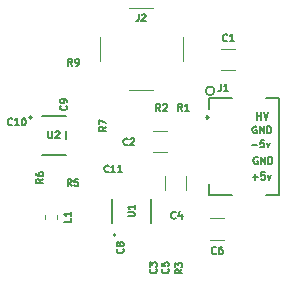
<source format=gbr>
G04 #@! TF.GenerationSoftware,KiCad,Pcbnew,(5.99.0-2215-gb084305b1)*
G04 #@! TF.CreationDate,2020-09-12T17:30:21-04:00*
G04 #@! TF.ProjectId,kicad-sipm,6b696361-642d-4736-9970-6d2e6b696361,rev?*
G04 #@! TF.SameCoordinates,Original*
G04 #@! TF.FileFunction,Legend,Top*
G04 #@! TF.FilePolarity,Positive*
%FSLAX46Y46*%
G04 Gerber Fmt 4.6, Leading zero omitted, Abs format (unit mm)*
G04 Created by KiCad (PCBNEW (5.99.0-2215-gb084305b1)) date 2020-09-12 17:30:21*
%MOMM*%
%LPD*%
G01*
G04 APERTURE LIST*
%ADD10C,0.150000*%
%ADD11C,0.152400*%
%ADD12C,0.120000*%
G04 APERTURE END LIST*
D10*
X109332142Y-102742857D02*
X109789285Y-102742857D01*
X109560714Y-102971428D02*
X109560714Y-102514285D01*
X110360714Y-102371428D02*
X110075000Y-102371428D01*
X110046428Y-102657142D01*
X110075000Y-102628571D01*
X110132142Y-102600000D01*
X110275000Y-102600000D01*
X110332142Y-102628571D01*
X110360714Y-102657142D01*
X110389285Y-102714285D01*
X110389285Y-102857142D01*
X110360714Y-102914285D01*
X110332142Y-102942857D01*
X110275000Y-102971428D01*
X110132142Y-102971428D01*
X110075000Y-102942857D01*
X110046428Y-102914285D01*
X110589285Y-102571428D02*
X110732142Y-102971428D01*
X110875000Y-102571428D01*
X109742857Y-101100000D02*
X109685714Y-101071428D01*
X109600000Y-101071428D01*
X109514285Y-101100000D01*
X109457142Y-101157142D01*
X109428571Y-101214285D01*
X109400000Y-101328571D01*
X109400000Y-101414285D01*
X109428571Y-101528571D01*
X109457142Y-101585714D01*
X109514285Y-101642857D01*
X109600000Y-101671428D01*
X109657142Y-101671428D01*
X109742857Y-101642857D01*
X109771428Y-101614285D01*
X109771428Y-101414285D01*
X109657142Y-101414285D01*
X110028571Y-101671428D02*
X110028571Y-101071428D01*
X110371428Y-101671428D01*
X110371428Y-101071428D01*
X110657142Y-101671428D02*
X110657142Y-101071428D01*
X110800000Y-101071428D01*
X110885714Y-101100000D01*
X110942857Y-101157142D01*
X110971428Y-101214285D01*
X111000000Y-101328571D01*
X111000000Y-101414285D01*
X110971428Y-101528571D01*
X110942857Y-101585714D01*
X110885714Y-101642857D01*
X110800000Y-101671428D01*
X110657142Y-101671428D01*
X109257142Y-100017857D02*
X109714285Y-100017857D01*
X110285714Y-99646428D02*
X110000000Y-99646428D01*
X109971428Y-99932142D01*
X110000000Y-99903571D01*
X110057142Y-99875000D01*
X110200000Y-99875000D01*
X110257142Y-99903571D01*
X110285714Y-99932142D01*
X110314285Y-99989285D01*
X110314285Y-100132142D01*
X110285714Y-100189285D01*
X110257142Y-100217857D01*
X110200000Y-100246428D01*
X110057142Y-100246428D01*
X110000000Y-100217857D01*
X109971428Y-100189285D01*
X110514285Y-99846428D02*
X110657142Y-100246428D01*
X110800000Y-99846428D01*
X109642857Y-98500000D02*
X109585714Y-98471428D01*
X109500000Y-98471428D01*
X109414285Y-98500000D01*
X109357142Y-98557142D01*
X109328571Y-98614285D01*
X109300000Y-98728571D01*
X109300000Y-98814285D01*
X109328571Y-98928571D01*
X109357142Y-98985714D01*
X109414285Y-99042857D01*
X109500000Y-99071428D01*
X109557142Y-99071428D01*
X109642857Y-99042857D01*
X109671428Y-99014285D01*
X109671428Y-98814285D01*
X109557142Y-98814285D01*
X109928571Y-99071428D02*
X109928571Y-98471428D01*
X110271428Y-99071428D01*
X110271428Y-98471428D01*
X110557142Y-99071428D02*
X110557142Y-98471428D01*
X110700000Y-98471428D01*
X110785714Y-98500000D01*
X110842857Y-98557142D01*
X110871428Y-98614285D01*
X110900000Y-98728571D01*
X110900000Y-98814285D01*
X110871428Y-98928571D01*
X110842857Y-98985714D01*
X110785714Y-99042857D01*
X110700000Y-99071428D01*
X110557142Y-99071428D01*
X109721428Y-97896428D02*
X109721428Y-97296428D01*
X109721428Y-97582142D02*
X110064285Y-97582142D01*
X110064285Y-97896428D02*
X110064285Y-97296428D01*
X110264285Y-97296428D02*
X110464285Y-97896428D01*
X110664285Y-97296428D01*
X97728078Y-107675000D02*
G75*
G03*
X97728078Y-107675000I-103078J0D01*
G01*
X90670774Y-97725000D02*
G75*
G03*
X90670774Y-97725000I-145774J0D01*
G01*
X92035457Y-98896428D02*
X92035457Y-99382142D01*
X92064028Y-99439285D01*
X92092600Y-99467857D01*
X92149742Y-99496428D01*
X92264028Y-99496428D01*
X92321171Y-99467857D01*
X92349742Y-99439285D01*
X92378314Y-99382142D01*
X92378314Y-98896428D01*
X92635457Y-98953571D02*
X92664028Y-98925000D01*
X92721171Y-98896428D01*
X92864028Y-98896428D01*
X92921171Y-98925000D01*
X92949742Y-98953571D01*
X92978314Y-99010714D01*
X92978314Y-99067857D01*
X92949742Y-99153571D01*
X92606885Y-99496428D01*
X92978314Y-99496428D01*
X98746428Y-106082142D02*
X99232142Y-106082142D01*
X99289285Y-106053571D01*
X99317857Y-106025000D01*
X99346428Y-105967857D01*
X99346428Y-105853571D01*
X99317857Y-105796428D01*
X99289285Y-105767857D01*
X99232142Y-105739285D01*
X98746428Y-105739285D01*
X99346428Y-105139285D02*
X99346428Y-105482142D01*
X99346428Y-105310714D02*
X98746428Y-105310714D01*
X98832142Y-105367857D01*
X98889285Y-105425000D01*
X98917857Y-105482142D01*
X94075000Y-93341428D02*
X93875000Y-93055714D01*
X93732142Y-93341428D02*
X93732142Y-92741428D01*
X93960714Y-92741428D01*
X94017857Y-92770000D01*
X94046428Y-92798571D01*
X94075000Y-92855714D01*
X94075000Y-92941428D01*
X94046428Y-92998571D01*
X94017857Y-93027142D01*
X93960714Y-93055714D01*
X93732142Y-93055714D01*
X94360714Y-93341428D02*
X94475000Y-93341428D01*
X94532142Y-93312857D01*
X94560714Y-93284285D01*
X94617857Y-93198571D01*
X94646428Y-93084285D01*
X94646428Y-92855714D01*
X94617857Y-92798571D01*
X94589285Y-92770000D01*
X94532142Y-92741428D01*
X94417857Y-92741428D01*
X94360714Y-92770000D01*
X94332142Y-92798571D01*
X94303571Y-92855714D01*
X94303571Y-92998571D01*
X94332142Y-93055714D01*
X94360714Y-93084285D01*
X94417857Y-93112857D01*
X94532142Y-93112857D01*
X94589285Y-93084285D01*
X94617857Y-93055714D01*
X94646428Y-92998571D01*
X96921428Y-98500000D02*
X96635714Y-98700000D01*
X96921428Y-98842857D02*
X96321428Y-98842857D01*
X96321428Y-98614285D01*
X96350000Y-98557142D01*
X96378571Y-98528571D01*
X96435714Y-98500000D01*
X96521428Y-98500000D01*
X96578571Y-98528571D01*
X96607142Y-98557142D01*
X96635714Y-98614285D01*
X96635714Y-98842857D01*
X96321428Y-98300000D02*
X96321428Y-97900000D01*
X96921428Y-98157142D01*
X91596428Y-102925000D02*
X91310714Y-103125000D01*
X91596428Y-103267857D02*
X90996428Y-103267857D01*
X90996428Y-103039285D01*
X91025000Y-102982142D01*
X91053571Y-102953571D01*
X91110714Y-102925000D01*
X91196428Y-102925000D01*
X91253571Y-102953571D01*
X91282142Y-102982142D01*
X91310714Y-103039285D01*
X91310714Y-103267857D01*
X90996428Y-102410714D02*
X90996428Y-102525000D01*
X91025000Y-102582142D01*
X91053571Y-102610714D01*
X91139285Y-102667857D01*
X91253571Y-102696428D01*
X91482142Y-102696428D01*
X91539285Y-102667857D01*
X91567857Y-102639285D01*
X91596428Y-102582142D01*
X91596428Y-102467857D01*
X91567857Y-102410714D01*
X91539285Y-102382142D01*
X91482142Y-102353571D01*
X91339285Y-102353571D01*
X91282142Y-102382142D01*
X91253571Y-102410714D01*
X91225000Y-102467857D01*
X91225000Y-102582142D01*
X91253571Y-102639285D01*
X91282142Y-102667857D01*
X91339285Y-102696428D01*
X94000000Y-103521428D02*
X93800000Y-103235714D01*
X93657142Y-103521428D02*
X93657142Y-102921428D01*
X93885714Y-102921428D01*
X93942857Y-102950000D01*
X93971428Y-102978571D01*
X94000000Y-103035714D01*
X94000000Y-103121428D01*
X93971428Y-103178571D01*
X93942857Y-103207142D01*
X93885714Y-103235714D01*
X93657142Y-103235714D01*
X94542857Y-102921428D02*
X94257142Y-102921428D01*
X94228571Y-103207142D01*
X94257142Y-103178571D01*
X94314285Y-103150000D01*
X94457142Y-103150000D01*
X94514285Y-103178571D01*
X94542857Y-103207142D01*
X94571428Y-103264285D01*
X94571428Y-103407142D01*
X94542857Y-103464285D01*
X94514285Y-103492857D01*
X94457142Y-103521428D01*
X94314285Y-103521428D01*
X94257142Y-103492857D01*
X94228571Y-103464285D01*
X103346428Y-110575000D02*
X103060714Y-110775000D01*
X103346428Y-110917857D02*
X102746428Y-110917857D01*
X102746428Y-110689285D01*
X102775000Y-110632142D01*
X102803571Y-110603571D01*
X102860714Y-110575000D01*
X102946428Y-110575000D01*
X103003571Y-110603571D01*
X103032142Y-110632142D01*
X103060714Y-110689285D01*
X103060714Y-110917857D01*
X102746428Y-110375000D02*
X102746428Y-110003571D01*
X102975000Y-110203571D01*
X102975000Y-110117857D01*
X103003571Y-110060714D01*
X103032142Y-110032142D01*
X103089285Y-110003571D01*
X103232142Y-110003571D01*
X103289285Y-110032142D01*
X103317857Y-110060714D01*
X103346428Y-110117857D01*
X103346428Y-110289285D01*
X103317857Y-110346428D01*
X103289285Y-110375000D01*
X101500000Y-97171428D02*
X101300000Y-96885714D01*
X101157142Y-97171428D02*
X101157142Y-96571428D01*
X101385714Y-96571428D01*
X101442857Y-96600000D01*
X101471428Y-96628571D01*
X101500000Y-96685714D01*
X101500000Y-96771428D01*
X101471428Y-96828571D01*
X101442857Y-96857142D01*
X101385714Y-96885714D01*
X101157142Y-96885714D01*
X101728571Y-96628571D02*
X101757142Y-96600000D01*
X101814285Y-96571428D01*
X101957142Y-96571428D01*
X102014285Y-96600000D01*
X102042857Y-96628571D01*
X102071428Y-96685714D01*
X102071428Y-96742857D01*
X102042857Y-96828571D01*
X101700000Y-97171428D01*
X102071428Y-97171428D01*
X103375000Y-97146428D02*
X103175000Y-96860714D01*
X103032142Y-97146428D02*
X103032142Y-96546428D01*
X103260714Y-96546428D01*
X103317857Y-96575000D01*
X103346428Y-96603571D01*
X103375000Y-96660714D01*
X103375000Y-96746428D01*
X103346428Y-96803571D01*
X103317857Y-96832142D01*
X103260714Y-96860714D01*
X103032142Y-96860714D01*
X103946428Y-97146428D02*
X103603571Y-97146428D01*
X103775000Y-97146428D02*
X103775000Y-96546428D01*
X103717857Y-96632142D01*
X103660714Y-96689285D01*
X103603571Y-96717857D01*
X93976428Y-106250000D02*
X93976428Y-106535714D01*
X93376428Y-106535714D01*
X93976428Y-105735714D02*
X93976428Y-106078571D01*
X93976428Y-105907142D02*
X93376428Y-105907142D01*
X93462142Y-105964285D01*
X93519285Y-106021428D01*
X93547857Y-106078571D01*
X99675000Y-88971428D02*
X99675000Y-89400000D01*
X99646428Y-89485714D01*
X99589285Y-89542857D01*
X99503571Y-89571428D01*
X99446428Y-89571428D01*
X99932142Y-89028571D02*
X99960714Y-89000000D01*
X100017857Y-88971428D01*
X100160714Y-88971428D01*
X100217857Y-89000000D01*
X100246428Y-89028571D01*
X100275000Y-89085714D01*
X100275000Y-89142857D01*
X100246428Y-89228571D01*
X99903571Y-89571428D01*
X100275000Y-89571428D01*
X106650000Y-94896428D02*
X106650000Y-95325000D01*
X106621428Y-95410714D01*
X106564285Y-95467857D01*
X106478571Y-95496428D01*
X106421428Y-95496428D01*
X107250000Y-95496428D02*
X106907142Y-95496428D01*
X107078571Y-95496428D02*
X107078571Y-94896428D01*
X107021428Y-94982142D01*
X106964285Y-95039285D01*
X106907142Y-95067857D01*
X105396428Y-97675000D02*
X105539285Y-97675000D01*
X105482142Y-97817857D02*
X105539285Y-97675000D01*
X105482142Y-97532142D01*
X105653571Y-97760714D02*
X105539285Y-97675000D01*
X105653571Y-97589285D01*
X97139285Y-102314285D02*
X97110714Y-102342857D01*
X97025000Y-102371428D01*
X96967857Y-102371428D01*
X96882142Y-102342857D01*
X96825000Y-102285714D01*
X96796428Y-102228571D01*
X96767857Y-102114285D01*
X96767857Y-102028571D01*
X96796428Y-101914285D01*
X96825000Y-101857142D01*
X96882142Y-101800000D01*
X96967857Y-101771428D01*
X97025000Y-101771428D01*
X97110714Y-101800000D01*
X97139285Y-101828571D01*
X97710714Y-102371428D02*
X97367857Y-102371428D01*
X97539285Y-102371428D02*
X97539285Y-101771428D01*
X97482142Y-101857142D01*
X97425000Y-101914285D01*
X97367857Y-101942857D01*
X98282142Y-102371428D02*
X97939285Y-102371428D01*
X98110714Y-102371428D02*
X98110714Y-101771428D01*
X98053571Y-101857142D01*
X97996428Y-101914285D01*
X97939285Y-101942857D01*
X88964285Y-98319285D02*
X88935714Y-98347857D01*
X88850000Y-98376428D01*
X88792857Y-98376428D01*
X88707142Y-98347857D01*
X88650000Y-98290714D01*
X88621428Y-98233571D01*
X88592857Y-98119285D01*
X88592857Y-98033571D01*
X88621428Y-97919285D01*
X88650000Y-97862142D01*
X88707142Y-97805000D01*
X88792857Y-97776428D01*
X88850000Y-97776428D01*
X88935714Y-97805000D01*
X88964285Y-97833571D01*
X89535714Y-98376428D02*
X89192857Y-98376428D01*
X89364285Y-98376428D02*
X89364285Y-97776428D01*
X89307142Y-97862142D01*
X89250000Y-97919285D01*
X89192857Y-97947857D01*
X89907142Y-97776428D02*
X89964285Y-97776428D01*
X90021428Y-97805000D01*
X90050000Y-97833571D01*
X90078571Y-97890714D01*
X90107142Y-98005000D01*
X90107142Y-98147857D01*
X90078571Y-98262142D01*
X90050000Y-98319285D01*
X90021428Y-98347857D01*
X89964285Y-98376428D01*
X89907142Y-98376428D01*
X89850000Y-98347857D01*
X89821428Y-98319285D01*
X89792857Y-98262142D01*
X89764285Y-98147857D01*
X89764285Y-98005000D01*
X89792857Y-97890714D01*
X89821428Y-97833571D01*
X89850000Y-97805000D01*
X89907142Y-97776428D01*
X93564285Y-96725000D02*
X93592857Y-96753571D01*
X93621428Y-96839285D01*
X93621428Y-96896428D01*
X93592857Y-96982142D01*
X93535714Y-97039285D01*
X93478571Y-97067857D01*
X93364285Y-97096428D01*
X93278571Y-97096428D01*
X93164285Y-97067857D01*
X93107142Y-97039285D01*
X93050000Y-96982142D01*
X93021428Y-96896428D01*
X93021428Y-96839285D01*
X93050000Y-96753571D01*
X93078571Y-96725000D01*
X93621428Y-96439285D02*
X93621428Y-96325000D01*
X93592857Y-96267857D01*
X93564285Y-96239285D01*
X93478571Y-96182142D01*
X93364285Y-96153571D01*
X93135714Y-96153571D01*
X93078571Y-96182142D01*
X93050000Y-96210714D01*
X93021428Y-96267857D01*
X93021428Y-96382142D01*
X93050000Y-96439285D01*
X93078571Y-96467857D01*
X93135714Y-96496428D01*
X93278571Y-96496428D01*
X93335714Y-96467857D01*
X93364285Y-96439285D01*
X93392857Y-96382142D01*
X93392857Y-96267857D01*
X93364285Y-96210714D01*
X93335714Y-96182142D01*
X93278571Y-96153571D01*
X98364285Y-108825000D02*
X98392857Y-108853571D01*
X98421428Y-108939285D01*
X98421428Y-108996428D01*
X98392857Y-109082142D01*
X98335714Y-109139285D01*
X98278571Y-109167857D01*
X98164285Y-109196428D01*
X98078571Y-109196428D01*
X97964285Y-109167857D01*
X97907142Y-109139285D01*
X97850000Y-109082142D01*
X97821428Y-108996428D01*
X97821428Y-108939285D01*
X97850000Y-108853571D01*
X97878571Y-108825000D01*
X98078571Y-108482142D02*
X98050000Y-108539285D01*
X98021428Y-108567857D01*
X97964285Y-108596428D01*
X97935714Y-108596428D01*
X97878571Y-108567857D01*
X97850000Y-108539285D01*
X97821428Y-108482142D01*
X97821428Y-108367857D01*
X97850000Y-108310714D01*
X97878571Y-108282142D01*
X97935714Y-108253571D01*
X97964285Y-108253571D01*
X98021428Y-108282142D01*
X98050000Y-108310714D01*
X98078571Y-108367857D01*
X98078571Y-108482142D01*
X98107142Y-108539285D01*
X98135714Y-108567857D01*
X98192857Y-108596428D01*
X98307142Y-108596428D01*
X98364285Y-108567857D01*
X98392857Y-108539285D01*
X98421428Y-108482142D01*
X98421428Y-108367857D01*
X98392857Y-108310714D01*
X98364285Y-108282142D01*
X98307142Y-108253571D01*
X98192857Y-108253571D01*
X98135714Y-108282142D01*
X98107142Y-108310714D01*
X98078571Y-108367857D01*
X106225000Y-109209285D02*
X106196428Y-109237857D01*
X106110714Y-109266428D01*
X106053571Y-109266428D01*
X105967857Y-109237857D01*
X105910714Y-109180714D01*
X105882142Y-109123571D01*
X105853571Y-109009285D01*
X105853571Y-108923571D01*
X105882142Y-108809285D01*
X105910714Y-108752142D01*
X105967857Y-108695000D01*
X106053571Y-108666428D01*
X106110714Y-108666428D01*
X106196428Y-108695000D01*
X106225000Y-108723571D01*
X106739285Y-108666428D02*
X106625000Y-108666428D01*
X106567857Y-108695000D01*
X106539285Y-108723571D01*
X106482142Y-108809285D01*
X106453571Y-108923571D01*
X106453571Y-109152142D01*
X106482142Y-109209285D01*
X106510714Y-109237857D01*
X106567857Y-109266428D01*
X106682142Y-109266428D01*
X106739285Y-109237857D01*
X106767857Y-109209285D01*
X106796428Y-109152142D01*
X106796428Y-109009285D01*
X106767857Y-108952142D01*
X106739285Y-108923571D01*
X106682142Y-108895000D01*
X106567857Y-108895000D01*
X106510714Y-108923571D01*
X106482142Y-108952142D01*
X106453571Y-109009285D01*
X102164285Y-110550000D02*
X102192857Y-110578571D01*
X102221428Y-110664285D01*
X102221428Y-110721428D01*
X102192857Y-110807142D01*
X102135714Y-110864285D01*
X102078571Y-110892857D01*
X101964285Y-110921428D01*
X101878571Y-110921428D01*
X101764285Y-110892857D01*
X101707142Y-110864285D01*
X101650000Y-110807142D01*
X101621428Y-110721428D01*
X101621428Y-110664285D01*
X101650000Y-110578571D01*
X101678571Y-110550000D01*
X101621428Y-110007142D02*
X101621428Y-110292857D01*
X101907142Y-110321428D01*
X101878571Y-110292857D01*
X101850000Y-110235714D01*
X101850000Y-110092857D01*
X101878571Y-110035714D01*
X101907142Y-110007142D01*
X101964285Y-109978571D01*
X102107142Y-109978571D01*
X102164285Y-110007142D01*
X102192857Y-110035714D01*
X102221428Y-110092857D01*
X102221428Y-110235714D01*
X102192857Y-110292857D01*
X102164285Y-110321428D01*
X102800000Y-106239285D02*
X102771428Y-106267857D01*
X102685714Y-106296428D01*
X102628571Y-106296428D01*
X102542857Y-106267857D01*
X102485714Y-106210714D01*
X102457142Y-106153571D01*
X102428571Y-106039285D01*
X102428571Y-105953571D01*
X102457142Y-105839285D01*
X102485714Y-105782142D01*
X102542857Y-105725000D01*
X102628571Y-105696428D01*
X102685714Y-105696428D01*
X102771428Y-105725000D01*
X102800000Y-105753571D01*
X103314285Y-105896428D02*
X103314285Y-106296428D01*
X103171428Y-105667857D02*
X103028571Y-106096428D01*
X103400000Y-106096428D01*
X101139285Y-110550000D02*
X101167857Y-110578571D01*
X101196428Y-110664285D01*
X101196428Y-110721428D01*
X101167857Y-110807142D01*
X101110714Y-110864285D01*
X101053571Y-110892857D01*
X100939285Y-110921428D01*
X100853571Y-110921428D01*
X100739285Y-110892857D01*
X100682142Y-110864285D01*
X100625000Y-110807142D01*
X100596428Y-110721428D01*
X100596428Y-110664285D01*
X100625000Y-110578571D01*
X100653571Y-110550000D01*
X100596428Y-110350000D02*
X100596428Y-109978571D01*
X100825000Y-110178571D01*
X100825000Y-110092857D01*
X100853571Y-110035714D01*
X100882142Y-110007142D01*
X100939285Y-109978571D01*
X101082142Y-109978571D01*
X101139285Y-110007142D01*
X101167857Y-110035714D01*
X101196428Y-110092857D01*
X101196428Y-110264285D01*
X101167857Y-110321428D01*
X101139285Y-110350000D01*
X98750000Y-100014285D02*
X98721428Y-100042857D01*
X98635714Y-100071428D01*
X98578571Y-100071428D01*
X98492857Y-100042857D01*
X98435714Y-99985714D01*
X98407142Y-99928571D01*
X98378571Y-99814285D01*
X98378571Y-99728571D01*
X98407142Y-99614285D01*
X98435714Y-99557142D01*
X98492857Y-99500000D01*
X98578571Y-99471428D01*
X98635714Y-99471428D01*
X98721428Y-99500000D01*
X98750000Y-99528571D01*
X98978571Y-99528571D02*
X99007142Y-99500000D01*
X99064285Y-99471428D01*
X99207142Y-99471428D01*
X99264285Y-99500000D01*
X99292857Y-99528571D01*
X99321428Y-99585714D01*
X99321428Y-99642857D01*
X99292857Y-99728571D01*
X98950000Y-100071428D01*
X99321428Y-100071428D01*
X107150000Y-91219285D02*
X107121428Y-91247857D01*
X107035714Y-91276428D01*
X106978571Y-91276428D01*
X106892857Y-91247857D01*
X106835714Y-91190714D01*
X106807142Y-91133571D01*
X106778571Y-91019285D01*
X106778571Y-90933571D01*
X106807142Y-90819285D01*
X106835714Y-90762142D01*
X106892857Y-90705000D01*
X106978571Y-90676428D01*
X107035714Y-90676428D01*
X107121428Y-90705000D01*
X107150000Y-90733571D01*
X107721428Y-91276428D02*
X107378571Y-91276428D01*
X107550000Y-91276428D02*
X107550000Y-90676428D01*
X107492857Y-90762142D01*
X107435714Y-90819285D01*
X107378571Y-90847857D01*
D11*
X93495900Y-97574000D02*
X91489300Y-97574000D01*
X93495900Y-99562861D02*
X93495900Y-98887139D01*
X91489300Y-100876000D02*
X93495900Y-100876000D01*
X97424000Y-104621700D02*
X97424000Y-106628300D01*
X100726000Y-106628300D02*
X100726000Y-104621700D01*
D12*
X92785000Y-105987221D02*
X92785000Y-106312779D01*
X91765000Y-105987221D02*
X91765000Y-106312779D01*
X96394800Y-92925000D02*
X96394800Y-90925000D01*
X100900000Y-95430200D02*
X98900000Y-95430200D01*
X103405200Y-90925000D02*
X103405200Y-92925000D01*
X98900000Y-88419800D02*
X100900000Y-88419800D01*
D11*
X106106000Y-95463300D02*
G75*
G03*
X106106000Y-95463300I-381000J0D01*
G01*
X107589360Y-96098300D02*
X105598000Y-96098300D01*
X110464640Y-104251700D02*
X111592400Y-104251700D01*
X105598000Y-103363340D02*
X105598000Y-104251700D01*
X105598000Y-104251700D02*
X107589360Y-104251700D01*
X105598000Y-96098300D02*
X105598000Y-96986660D01*
X111592400Y-96098300D02*
X110464640Y-96098300D01*
X111592400Y-104251700D02*
X111592400Y-96098300D01*
D12*
X106927064Y-106265000D02*
X105722936Y-106265000D01*
X106927064Y-108085000D02*
X105722936Y-108085000D01*
X103710000Y-103852064D02*
X103710000Y-102647936D01*
X101890000Y-103852064D02*
X101890000Y-102647936D01*
X100872936Y-100660000D02*
X102077064Y-100660000D01*
X100872936Y-98840000D02*
X102077064Y-98840000D01*
X106647936Y-93735000D02*
X107852064Y-93735000D01*
X106647936Y-91915000D02*
X107852064Y-91915000D01*
M02*

</source>
